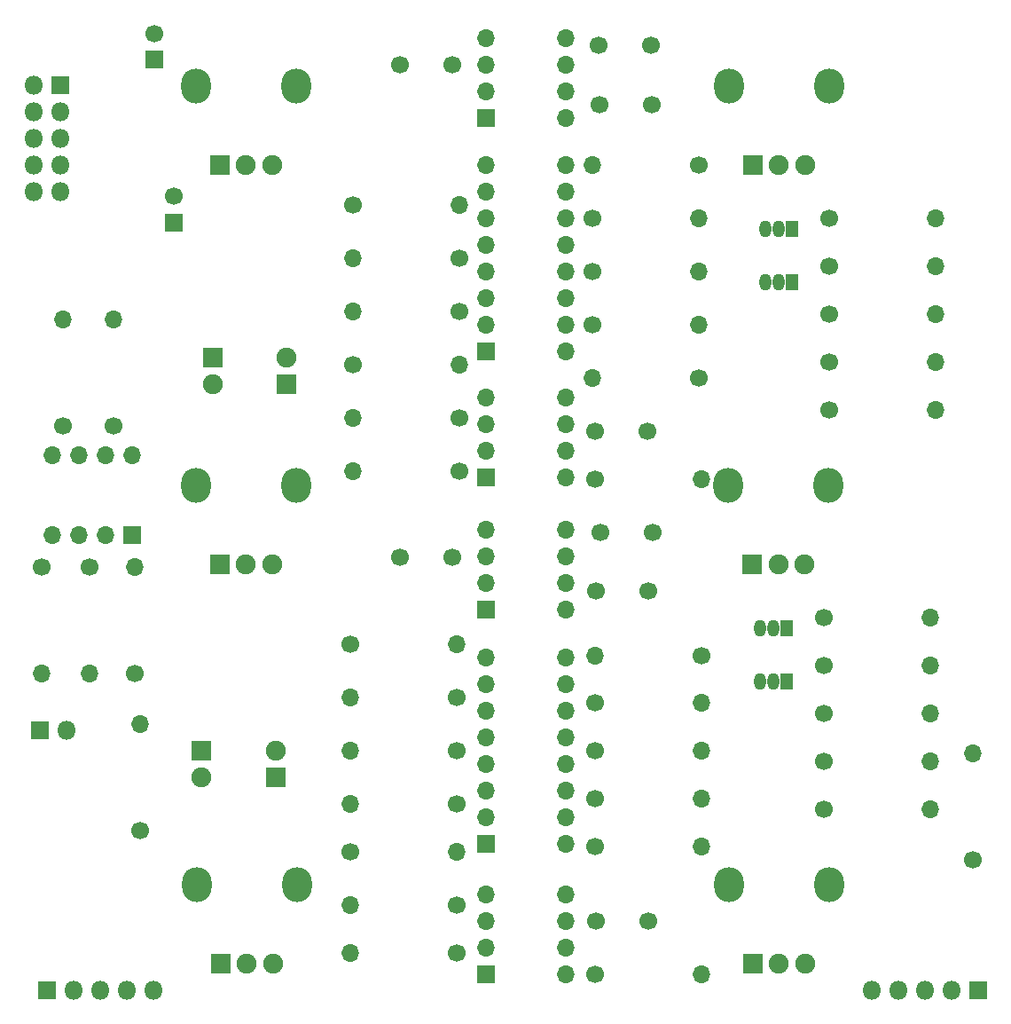
<source format=gbr>
%TF.GenerationSoftware,KiCad,Pcbnew,5.1.6-c6e7f7d~86~ubuntu18.04.1*%
%TF.CreationDate,2020-06-20T09:42:55-04:00*%
%TF.ProjectId,dual_MS20_VCF,6475616c-5f4d-4533-9230-5f5643462e6b,rev?*%
%TF.SameCoordinates,Original*%
%TF.FileFunction,Soldermask,Bot*%
%TF.FilePolarity,Negative*%
%FSLAX46Y46*%
G04 Gerber Fmt 4.6, Leading zero omitted, Abs format (unit mm)*
G04 Created by KiCad (PCBNEW 5.1.6-c6e7f7d~86~ubuntu18.04.1) date 2020-06-20 09:42:55*
%MOMM*%
%LPD*%
G01*
G04 APERTURE LIST*
%ADD10O,1.800000X1.800000*%
%ADD11R,1.800000X1.800000*%
%ADD12O,1.700000X1.700000*%
%ADD13R,1.700000X1.700000*%
%ADD14O,2.820000X3.340000*%
%ADD15C,1.900000*%
%ADD16R,1.900000X1.900000*%
%ADD17C,1.700000*%
%ADD18R,1.150000X1.600000*%
%ADD19O,1.150000X1.600000*%
G04 APERTURE END LIST*
D10*
%TO.C,J4*%
X108585000Y-120015000D03*
D11*
X106045000Y-120015000D03*
%TD*%
D10*
%TO.C,J3*%
X105410000Y-68580000D03*
X107950000Y-68580000D03*
X105410000Y-66040000D03*
X107950000Y-66040000D03*
X105410000Y-63500000D03*
X107950000Y-63500000D03*
X105410000Y-60960000D03*
X107950000Y-60960000D03*
X105410000Y-58420000D03*
D11*
X107950000Y-58420000D03*
%TD*%
D12*
%TO.C,U7*%
X114808000Y-93726000D03*
X107188000Y-101346000D03*
X112268000Y-93726000D03*
X109728000Y-101346000D03*
X109728000Y-93726000D03*
X112268000Y-101346000D03*
X107188000Y-93726000D03*
D13*
X114808000Y-101346000D03*
%TD*%
D12*
%TO.C,U6*%
X156210000Y-143256000D03*
X148590000Y-135636000D03*
X156210000Y-140716000D03*
X148590000Y-138176000D03*
X156210000Y-138176000D03*
X148590000Y-140716000D03*
X156210000Y-135636000D03*
D13*
X148590000Y-143256000D03*
%TD*%
D12*
%TO.C,U5*%
X156210000Y-108458000D03*
X148590000Y-100838000D03*
X156210000Y-105918000D03*
X148590000Y-103378000D03*
X156210000Y-103378000D03*
X148590000Y-105918000D03*
X156210000Y-100838000D03*
D13*
X148590000Y-108458000D03*
%TD*%
D12*
%TO.C,U4*%
X156210000Y-130810000D03*
X148590000Y-113030000D03*
X156210000Y-128270000D03*
X148590000Y-115570000D03*
X156210000Y-125730000D03*
X148590000Y-118110000D03*
X156210000Y-123190000D03*
X148590000Y-120650000D03*
X156210000Y-120650000D03*
X148590000Y-123190000D03*
X156210000Y-118110000D03*
X148590000Y-125730000D03*
X156210000Y-115570000D03*
X148590000Y-128270000D03*
X156210000Y-113030000D03*
D13*
X148590000Y-130810000D03*
%TD*%
D12*
%TO.C,U3*%
X156210000Y-95885000D03*
X148590000Y-88265000D03*
X156210000Y-93345000D03*
X148590000Y-90805000D03*
X156210000Y-90805000D03*
X148590000Y-93345000D03*
X156210000Y-88265000D03*
D13*
X148590000Y-95885000D03*
%TD*%
D12*
%TO.C,U2*%
X156210000Y-61595000D03*
X148590000Y-53975000D03*
X156210000Y-59055000D03*
X148590000Y-56515000D03*
X156210000Y-56515000D03*
X148590000Y-59055000D03*
X156210000Y-53975000D03*
D13*
X148590000Y-61595000D03*
%TD*%
D12*
%TO.C,U1*%
X156210000Y-83820000D03*
X148590000Y-66040000D03*
X156210000Y-81280000D03*
X148590000Y-68580000D03*
X156210000Y-78740000D03*
X148590000Y-71120000D03*
X156210000Y-76200000D03*
X148590000Y-73660000D03*
X156210000Y-73660000D03*
X148590000Y-76200000D03*
X156210000Y-71120000D03*
X148590000Y-78740000D03*
X156210000Y-68580000D03*
X148590000Y-81280000D03*
X156210000Y-66040000D03*
D13*
X148590000Y-83820000D03*
%TD*%
D14*
%TO.C,RV6*%
X171770000Y-134740000D03*
X181370000Y-134740000D03*
D15*
X179070000Y-142240000D03*
X176570000Y-142240000D03*
D16*
X174070000Y-142240000D03*
%TD*%
D14*
%TO.C,RV5*%
X120970000Y-134740000D03*
X130570000Y-134740000D03*
D15*
X128270000Y-142240000D03*
X125770000Y-142240000D03*
D16*
X123270000Y-142240000D03*
%TD*%
D14*
%TO.C,RV4*%
X171770000Y-58540000D03*
X181370000Y-58540000D03*
D15*
X179070000Y-66040000D03*
X176570000Y-66040000D03*
D16*
X174070000Y-66040000D03*
%TD*%
D14*
%TO.C,RV3*%
X120890000Y-58540000D03*
X130490000Y-58540000D03*
D15*
X128190000Y-66040000D03*
X125690000Y-66040000D03*
D16*
X123190000Y-66040000D03*
%TD*%
D14*
%TO.C,RV2*%
X171730000Y-96640000D03*
X181330000Y-96640000D03*
D15*
X179030000Y-104140000D03*
X176530000Y-104140000D03*
D16*
X174030000Y-104140000D03*
%TD*%
D14*
%TO.C,RV1*%
X120890000Y-96640000D03*
X130490000Y-96640000D03*
D15*
X128190000Y-104140000D03*
X125690000Y-104140000D03*
D16*
X123190000Y-104140000D03*
%TD*%
D12*
%TO.C,R42*%
X195072000Y-122174000D03*
D17*
X195072000Y-132334000D03*
%TD*%
D12*
%TO.C,R41*%
X113030000Y-80772000D03*
D17*
X113030000Y-90932000D03*
%TD*%
D12*
%TO.C,R40*%
X115570000Y-119380000D03*
D17*
X115570000Y-129540000D03*
%TD*%
D12*
%TO.C,R39*%
X108204000Y-80772000D03*
D17*
X108204000Y-90932000D03*
%TD*%
D12*
%TO.C,R38*%
X115062000Y-104394000D03*
D17*
X115062000Y-114554000D03*
%TD*%
D12*
%TO.C,R37*%
X106172000Y-114554000D03*
D17*
X106172000Y-104394000D03*
%TD*%
D12*
%TO.C,R36*%
X110744000Y-114554000D03*
D17*
X110744000Y-104394000D03*
%TD*%
D12*
%TO.C,R35*%
X169164000Y-131064000D03*
D17*
X159004000Y-131064000D03*
%TD*%
D12*
%TO.C,R34*%
X135636000Y-136652000D03*
D17*
X145796000Y-136652000D03*
%TD*%
D12*
%TO.C,R33*%
X169164000Y-117348000D03*
D17*
X159004000Y-117348000D03*
%TD*%
D12*
%TO.C,R32*%
X159004000Y-112903000D03*
D17*
X169164000Y-112903000D03*
%TD*%
D12*
%TO.C,R31*%
X135636000Y-141224000D03*
D17*
X145796000Y-141224000D03*
%TD*%
D12*
%TO.C,R30*%
X169164000Y-121920000D03*
D17*
X159004000Y-121920000D03*
%TD*%
D12*
%TO.C,R29*%
X169164000Y-126492000D03*
D17*
X159004000Y-126492000D03*
%TD*%
D12*
%TO.C,R28*%
X169164000Y-143256000D03*
D17*
X159004000Y-143256000D03*
%TD*%
D12*
%TO.C,R27*%
X191008000Y-109220000D03*
D17*
X180848000Y-109220000D03*
%TD*%
D12*
%TO.C,R26*%
X191008000Y-113792000D03*
D17*
X180848000Y-113792000D03*
%TD*%
D12*
%TO.C,R25*%
X145796000Y-131572000D03*
D17*
X135636000Y-131572000D03*
%TD*%
D12*
%TO.C,R24*%
X191008000Y-118364000D03*
D17*
X180848000Y-118364000D03*
%TD*%
D12*
%TO.C,R23*%
X191008000Y-122936000D03*
D17*
X180848000Y-122936000D03*
%TD*%
D12*
%TO.C,R22*%
X191008000Y-127508000D03*
D17*
X180848000Y-127508000D03*
%TD*%
D12*
%TO.C,R21*%
X135636000Y-127000000D03*
D17*
X145796000Y-127000000D03*
%TD*%
D12*
%TO.C,R20*%
X145796000Y-111760000D03*
D17*
X135636000Y-111760000D03*
%TD*%
D12*
%TO.C,R19*%
X135636000Y-121920000D03*
D17*
X145796000Y-121920000D03*
%TD*%
D12*
%TO.C,R18*%
X135636000Y-116840000D03*
D17*
X145796000Y-116840000D03*
%TD*%
D12*
%TO.C,R17*%
X158750000Y-86360000D03*
D17*
X168910000Y-86360000D03*
%TD*%
D12*
%TO.C,R16*%
X135890000Y-90170000D03*
D17*
X146050000Y-90170000D03*
%TD*%
D12*
%TO.C,R15*%
X168910000Y-76200000D03*
D17*
X158750000Y-76200000D03*
%TD*%
D12*
%TO.C,R14*%
X158750000Y-66040000D03*
D17*
X168910000Y-66040000D03*
%TD*%
D12*
%TO.C,R13*%
X135890000Y-95250000D03*
D17*
X146050000Y-95250000D03*
%TD*%
D12*
%TO.C,R12*%
X168910000Y-71120000D03*
D17*
X158750000Y-71120000D03*
%TD*%
D12*
%TO.C,R11*%
X168910000Y-81280000D03*
D17*
X158750000Y-81280000D03*
%TD*%
D12*
%TO.C,R10*%
X169164000Y-96012000D03*
D17*
X159004000Y-96012000D03*
%TD*%
D12*
%TO.C,R9*%
X191516000Y-71120000D03*
D17*
X181356000Y-71120000D03*
%TD*%
D12*
%TO.C,R8*%
X191516000Y-75692000D03*
D17*
X181356000Y-75692000D03*
%TD*%
D12*
%TO.C,R7*%
X146050000Y-85090000D03*
D17*
X135890000Y-85090000D03*
%TD*%
D12*
%TO.C,R6*%
X191516000Y-80264000D03*
D17*
X181356000Y-80264000D03*
%TD*%
D12*
%TO.C,R5*%
X191516000Y-84836000D03*
D17*
X181356000Y-84836000D03*
%TD*%
D12*
%TO.C,R4*%
X191516000Y-89408000D03*
D17*
X181356000Y-89408000D03*
%TD*%
D12*
%TO.C,R3*%
X135890000Y-80010000D03*
D17*
X146050000Y-80010000D03*
%TD*%
D12*
%TO.C,R2*%
X146050000Y-69850000D03*
D17*
X135890000Y-69850000D03*
%TD*%
D12*
%TO.C,R1*%
X135890000Y-74930000D03*
D17*
X146050000Y-74930000D03*
%TD*%
D18*
%TO.C,Q4*%
X177292000Y-110236000D03*
D19*
X174752000Y-110236000D03*
X176022000Y-110236000D03*
%TD*%
D18*
%TO.C,Q3*%
X177292000Y-115316000D03*
D19*
X174752000Y-115316000D03*
X176022000Y-115316000D03*
%TD*%
D18*
%TO.C,Q2*%
X177800000Y-72136000D03*
D19*
X175260000Y-72136000D03*
X176530000Y-72136000D03*
%TD*%
D18*
%TO.C,Q1*%
X177800000Y-77216000D03*
D19*
X175260000Y-77216000D03*
X176530000Y-77216000D03*
%TD*%
D10*
%TO.C,J2*%
X116840000Y-144780000D03*
X114300000Y-144780000D03*
X111760000Y-144780000D03*
X109220000Y-144780000D03*
D11*
X106680000Y-144780000D03*
%TD*%
D10*
%TO.C,J1*%
X185420000Y-144780000D03*
X187960000Y-144780000D03*
X190500000Y-144780000D03*
X193040000Y-144780000D03*
D11*
X195580000Y-144780000D03*
%TD*%
D15*
%TO.C,D4*%
X128524000Y-121920000D03*
D16*
X128524000Y-124460000D03*
%TD*%
D15*
%TO.C,D3*%
X121412000Y-124460000D03*
D16*
X121412000Y-121920000D03*
%TD*%
D15*
%TO.C,D2*%
X129540000Y-84455000D03*
D16*
X129540000Y-86995000D03*
%TD*%
D15*
%TO.C,D1*%
X122555000Y-86995000D03*
D16*
X122555000Y-84455000D03*
%TD*%
D17*
%TO.C,C10*%
X118808500Y-69051800D03*
D13*
X118808500Y-71551800D03*
%TD*%
D17*
%TO.C,C9*%
X116900000Y-53500000D03*
D13*
X116900000Y-56000000D03*
%TD*%
D17*
%TO.C,C8*%
X159084000Y-106680000D03*
X164084000Y-106680000D03*
%TD*%
%TO.C,C7*%
X164512000Y-101092000D03*
X159512000Y-101092000D03*
%TD*%
%TO.C,C6*%
X159084000Y-138176000D03*
X164084000Y-138176000D03*
%TD*%
%TO.C,C5*%
X140415000Y-103505000D03*
X145415000Y-103505000D03*
%TD*%
%TO.C,C4*%
X159465000Y-60325000D03*
X164465000Y-60325000D03*
%TD*%
%TO.C,C3*%
X164385000Y-54610000D03*
X159385000Y-54610000D03*
%TD*%
%TO.C,C2*%
X159004000Y-91440000D03*
X164004000Y-91440000D03*
%TD*%
%TO.C,C1*%
X140415000Y-56515000D03*
X145415000Y-56515000D03*
%TD*%
M02*

</source>
